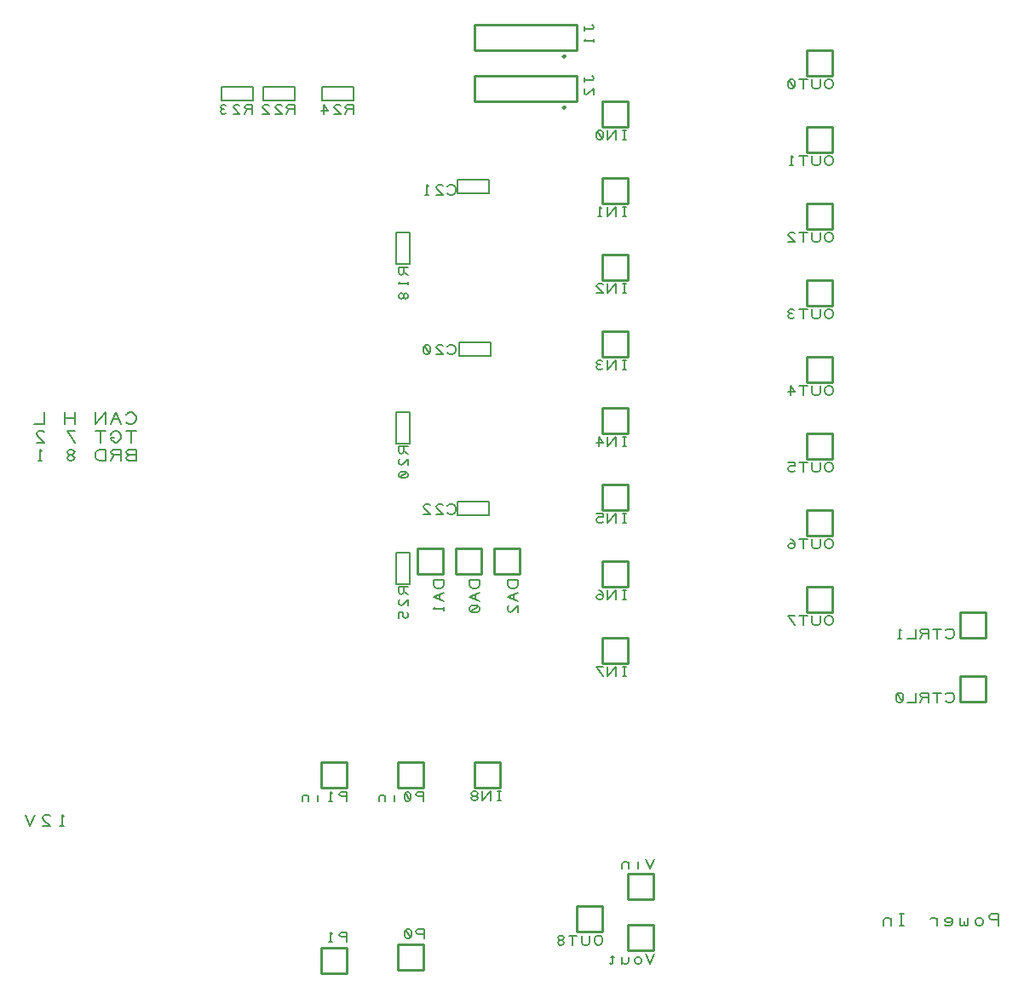
<source format=gbo>
G04 EasyPC Gerber Version 21.0.3 Build 4286 *
%FSLAX35Y35*%
%MOIN*%
%ADD72C,0.00500*%
%ADD74C,0.00800*%
%ADD11C,0.01000*%
X0Y0D02*
D02*
D11*
X139325Y20850D02*
Y10850D01*
X129325*
Y20850*
X139325*
Y93350D02*
Y83350D01*
X129325*
Y93350*
X139325*
X169325Y22100D02*
Y12100D01*
X159325*
Y22100*
X169325*
Y93350D02*
Y83350D01*
X159325*
Y93350*
X169325*
X176825Y177100D02*
Y167100D01*
X166825*
Y177100*
X176825*
X191825D02*
Y167100D01*
X181825*
Y177100*
X191825*
X199325Y93350D02*
Y83350D01*
X189325*
Y93350*
X199325*
X206825Y177100D02*
Y167100D01*
X196825*
Y177100*
X206825*
X224825Y349600D02*
G75*
G02X223825I-500D01*
G01*
G75*
G02X224825I500*
G01*
Y369600D02*
G75*
G02X223825I-500D01*
G01*
G75*
G02X224825I500*
G01*
X229325Y352100D02*
X189325D01*
Y362100*
X229325*
Y352100*
Y372100D02*
X189325D01*
Y382100*
X229325*
Y372100*
X239325Y37100D02*
Y27100D01*
X229325*
Y37100*
X239325*
X249325Y142100D02*
Y132100D01*
X239325*
Y142100*
X249325*
Y172100D02*
Y162100D01*
X239325*
Y172100*
X249325*
Y202100D02*
Y192100D01*
X239325*
Y202100*
X249325*
Y232100D02*
Y222100D01*
X239325*
Y232100*
X249325*
Y262100D02*
Y252100D01*
X239325*
Y262100*
X249325*
Y292100D02*
Y282100D01*
X239325*
Y292100*
X249325*
Y322100D02*
Y312100D01*
X239325*
Y322100*
X249325*
Y352100D02*
Y342100D01*
X239325*
Y352100*
X249325*
X259325Y29600D02*
Y19600D01*
X249325*
Y29600*
X259325*
Y49600D02*
Y39600D01*
X249325*
Y49600*
X259325*
X329325Y162100D02*
Y152100D01*
X319325*
Y162100*
X329325*
Y192100D02*
Y182100D01*
X319325*
Y192100*
X329325*
Y222100D02*
Y212100D01*
X319325*
Y222100*
X329325*
Y252100D02*
Y242100D01*
X319325*
Y252100*
X329325*
Y282100D02*
Y272100D01*
X319325*
Y282100*
X329325*
Y312100D02*
Y302100D01*
X319325*
Y312100*
X329325*
Y342100D02*
Y332100D01*
X319325*
Y342100*
X329325*
Y372100D02*
Y362100D01*
X319325*
Y372100*
X329325*
X389325Y127100D02*
Y117100D01*
X379325*
Y127100*
X389325*
Y152100D02*
Y142100D01*
X379325*
Y152100*
X389325*
D02*
D72*
X102325Y347038D02*
Y350788D01*
X100137*
X99512Y350476*
X99200Y349850*
X99512Y349226*
X100137Y348913*
X102325*
X100137D02*
X99200Y347038D01*
X94825D02*
X97325D01*
X95137Y349226*
X94825Y349850*
X95137Y350476*
X95762Y350788*
X96700*
X97325Y350476*
X92012Y347350D02*
X91387Y347038D01*
X90762*
X90137Y347350*
X89825Y347976*
X90137Y348600*
X90762Y348913*
X91387*
X90762D02*
X90137Y349226D01*
X89825Y349850*
X90137Y350476*
X90762Y350788*
X91387*
X92012Y350476*
X102475Y352450D02*
Y357750D01*
X90175*
Y352450*
X102475*
X106675Y357750D02*
Y352450D01*
X118975*
Y357750*
X106675*
X118825Y347038D02*
Y350788D01*
X116637*
X116012Y350476*
X115700Y349850*
X116012Y349226*
X116637Y348913*
X118825*
X116637D02*
X115700Y347038D01*
X111325D02*
X113825D01*
X111637Y349226*
X111325Y349850*
X111637Y350476*
X112262Y350788*
X113200*
X113825Y350476*
X106325Y347038D02*
X108825D01*
X106637Y349226*
X106325Y349850*
X106637Y350476*
X107262Y350788*
X108200*
X108825Y350476*
X139325Y23038D02*
Y26788D01*
X137137*
X136512Y26476*
X136200Y25850*
X136512Y25226*
X137137Y24913*
X139325*
X133700Y23038D02*
X132450D01*
X133075D02*
Y26788D01*
X133700Y26163*
X139325Y78038D02*
Y81788D01*
X137137*
X136512Y81476*
X136200Y80850*
X136512Y80226*
X137137Y79913*
X139325*
X133700Y78038D02*
X132450D01*
X133075D02*
Y81788D01*
X133700Y81163*
X128075Y78038D02*
Y80538D01*
Y81476D02*
X124325Y78038*
Y80538D01*
Y79600D02*
X124012Y80226D01*
X123387Y80538*
X122762*
X122137Y80226*
X121825Y79600*
Y78038*
X141825Y347038D02*
Y350788D01*
X139637*
X139012Y350476*
X138700Y349850*
X139012Y349226*
X139637Y348913*
X141825*
X139637D02*
X138700Y347038D01*
X134325D02*
X136825D01*
X134637Y349226*
X134325Y349850*
X134637Y350476*
X135262Y350788*
X136200*
X136825Y350476*
X130262Y347038D02*
Y350788D01*
X131825Y348288*
X129325*
X141975Y352450D02*
Y357750D01*
X129675*
Y352450*
X141975*
X158675Y162950D02*
X163975D01*
Y175250*
X158675*
Y162950*
Y217950D02*
X163975D01*
Y230250*
X158675*
Y217950*
Y288450D02*
X163975D01*
Y300750*
X158675*
Y288450*
X163387Y162100D02*
X159637D01*
Y159913*
X159950Y159288*
X160575Y158975*
X161200Y159288*
X161512Y159913*
Y162100*
Y159913D02*
X163387Y158975D01*
Y154600D02*
Y157100D01*
X161200Y154913*
X160575Y154600*
X159950Y154913*
X159637Y155538*
Y156475*
X159950Y157100*
X163075Y152100D02*
X163387Y151475D01*
Y150538*
X163075Y149913*
X162450Y149600*
X162137*
X161512Y149913*
X161200Y150538*
Y152100*
X159637*
Y149600*
X163387Y217100D02*
X159637D01*
Y214913*
X159950Y214288*
X160575Y213975*
X161200Y214288*
X161512Y214913*
Y217100*
Y214913D02*
X163387Y213975D01*
Y209600D02*
Y212100D01*
X161200Y209913*
X160575Y209600*
X159950Y209913*
X159637Y210538*
Y211475*
X159950Y212100*
X163075Y206788D02*
X163387Y206163D01*
Y205538*
X163075Y204913*
X162450Y204600*
X160575*
X159950Y204913*
X159637Y205538*
Y206163*
X159950Y206788*
X160575Y207100*
X162450*
X163075Y206788*
X159950Y204913*
X163387Y287100D02*
X159637D01*
Y284913*
X159950Y284288*
X160575Y283975*
X161200Y284288*
X161512Y284913*
Y287100*
Y284913D02*
X163387Y283975D01*
Y281475D02*
Y280225D01*
Y280850D02*
X159637D01*
X160262Y281475*
X161512Y276163D02*
Y275538D01*
X161200Y274913*
X160575Y274600*
X159950Y274913*
X159637Y275538*
Y276163*
X159950Y276788*
X160575Y277100*
X161200Y276788*
X161512Y276163*
X161825Y276788*
X162450Y277100*
X163075Y276788*
X163387Y276163*
Y275538*
X163075Y274913*
X162450Y274600*
X161825Y274913*
X161512Y275538*
X169325Y78038D02*
Y81788D01*
X167137*
X166512Y81476*
X166200Y80850*
X166512Y80226*
X167137Y79913*
X169325*
X164012Y78350D02*
X163387Y78038D01*
X162762*
X162137Y78350*
X161825Y78976*
Y80850*
X162137Y81476*
X162762Y81788*
X163387*
X164012Y81476*
X164325Y80850*
Y78976*
X164012Y78350*
X162137Y81476*
X158075Y78038D02*
Y80538D01*
Y81476D02*
X154325Y78038*
Y80538D01*
Y79600D02*
X154012Y80226D01*
X153387Y80538*
X152762*
X152137Y80226*
X151825Y79600*
Y78038*
X169575Y24288D02*
Y28038D01*
X167387*
X166762Y27726*
X166450Y27100*
X166762Y26476*
X167387Y26163*
X169575*
X164262Y24600D02*
X163637Y24288D01*
X163012*
X162387Y24600*
X162075Y25226*
Y27100*
X162387Y27726*
X163012Y28038*
X163637*
X164262Y27726*
X164575Y27100*
Y25226*
X164262Y24600*
X162387Y27726*
X177137Y164600D02*
X173387D01*
Y162725*
X173700Y162100*
X174012Y161788*
X174637Y161475*
X175887*
X176512Y161788*
X176825Y162100*
X177137Y162725*
Y164600*
Y159600D02*
X173387Y158038D01*
X177137Y156475*
X175575Y158975D02*
Y157100D01*
X177137Y153975D02*
Y152725D01*
Y153350D02*
X173387D01*
X174012Y153975*
X178700Y191163D02*
X179012Y190850D01*
X179637Y190538*
X180575*
X181200Y190850*
X181512Y191163*
X181825Y191788*
Y193038*
X181512Y193663*
X181200Y193976*
X180575Y194288*
X179637*
X179012Y193976*
X178700Y193663*
X174325Y190538D02*
X176825D01*
X174637Y192726*
X174325Y193350*
X174637Y193976*
X175262Y194288*
X176200*
X176825Y193976*
X169325Y190538D02*
X171825D01*
X169637Y192726*
X169325Y193350*
X169637Y193976*
X170262Y194288*
X171200*
X171825Y193976*
X178700Y253663D02*
X179012Y253350D01*
X179637Y253038*
X180575*
X181200Y253350*
X181512Y253663*
X181825Y254288*
Y255538*
X181512Y256163*
X181200Y256476*
X180575Y256788*
X179637*
X179012Y256476*
X178700Y256163*
X174325Y253038D02*
X176825D01*
X174637Y255226*
X174325Y255850*
X174637Y256476*
X175262Y256788*
X176200*
X176825Y256476*
X171512Y253350D02*
X170887Y253038D01*
X170262*
X169637Y253350*
X169325Y253976*
Y255850*
X169637Y256476*
X170262Y256788*
X170887*
X171512Y256476*
X171825Y255850*
Y253976*
X171512Y253350*
X169637Y256476*
X178700Y316163D02*
X179012Y315850D01*
X179637Y315538*
X180575*
X181200Y315850*
X181512Y316163*
X181825Y316788*
Y318038*
X181512Y318663*
X181200Y318976*
X180575Y319288*
X179637*
X179012Y318976*
X178700Y318663*
X174325Y315538D02*
X176825D01*
X174637Y317726*
X174325Y318350*
X174637Y318976*
X175262Y319288*
X176200*
X176825Y318976*
X171200Y315538D02*
X169950D01*
X170575D02*
Y319288D01*
X171200Y318663*
X191137Y164600D02*
X187387D01*
Y162725*
X187700Y162100*
X188012Y161788*
X188637Y161475*
X189887*
X190512Y161788*
X190825Y162100*
X191137Y162725*
Y164600*
Y159600D02*
X187387Y158038D01*
X191137Y156475*
X189575Y158975D02*
Y157100D01*
X190825Y154288D02*
X191137Y153663D01*
Y153038*
X190825Y152413*
X190200Y152100*
X188325*
X187700Y152413*
X187387Y153038*
Y153663*
X187700Y154288*
X188325Y154600*
X190200*
X190825Y154288*
X187700Y152413*
X194975Y189950D02*
Y195250D01*
X182675*
Y189950*
X194975*
Y315950D02*
Y321250D01*
X182675*
Y315950*
X194975*
X195475Y252450D02*
Y257750D01*
X183175*
Y252450*
X195475*
X199637Y78288D02*
X198387D01*
X199012D02*
Y82038D01*
X199637D02*
X198387D01*
X195575Y78288D02*
Y82038D01*
X192450Y78288*
Y82038*
X189637Y80163D02*
X189012D01*
X188387Y80476*
X188075Y81100*
X188387Y81726*
X189012Y82038*
X189637*
X190262Y81726*
X190575Y81100*
X190262Y80476*
X189637Y80163*
X190262Y79850*
X190575Y79226*
X190262Y78600*
X189637Y78288*
X189012*
X188387Y78600*
X188075Y79226*
X188387Y79850*
X189012Y80163*
X206137Y164600D02*
X202387D01*
Y162725*
X202700Y162100*
X203012Y161788*
X203637Y161475*
X204887*
X205512Y161788*
X205825Y162100*
X206137Y162725*
Y164600*
Y159600D02*
X202387Y158038D01*
X206137Y156475*
X204575Y158975D02*
Y157100D01*
X206137Y152100D02*
Y154600D01*
X203950Y152413*
X203325Y152100*
X202700Y152413*
X202387Y153038*
Y153975*
X202700Y154600*
X235262Y362100D02*
X235575Y361788D01*
X235887Y361163*
X235575Y360538*
X235262Y360225*
X232137*
Y359600*
Y360225D02*
Y361475D01*
X235887Y354600D02*
Y357100D01*
X233700Y354913*
X233075Y354600*
X232450Y354913*
X232137Y355538*
Y356475*
X232450Y357100*
X235262Y382100D02*
X235575Y381788D01*
X235887Y381163*
X235575Y380538*
X235262Y380225*
X232137*
Y379600*
Y380225D02*
Y381475D01*
X235887Y376475D02*
Y375225D01*
Y375850D02*
X232137D01*
X232762Y376475*
X239325Y23038D02*
Y24288D01*
X239012Y24913*
X238700Y25226*
X238075Y25538*
X237450*
X236825Y25226*
X236512Y24913*
X236200Y24288*
Y23038*
X236512Y22413*
X236825Y22100*
X237450Y21788*
X238075*
X238700Y22100*
X239012Y22413*
X239325Y23038*
X234325Y25538D02*
Y22726D01*
X234012Y22100*
X233387Y21788*
X232137*
X231512Y22100*
X231200Y22726*
Y25538*
X227762Y21788D02*
Y25538D01*
X229325D02*
X226200D01*
X223387Y23663D02*
X222762D01*
X222137Y23976*
X221825Y24600*
X222137Y25226*
X222762Y25538*
X223387*
X224012Y25226*
X224325Y24600*
X224012Y23976*
X223387Y23663*
X224012Y23350*
X224325Y22726*
X224012Y22100*
X223387Y21788*
X222762*
X222137Y22100*
X221825Y22726*
X222137Y23350*
X222762Y23663*
X248637Y127038D02*
X247387D01*
X248012D02*
Y130788D01*
X248637D02*
X247387D01*
X244575Y127038D02*
Y130788D01*
X241450Y127038*
Y130788*
X239575Y127038D02*
X237075Y130788D01*
X239575*
X248637Y157038D02*
X247387D01*
X248012D02*
Y160788D01*
X248637D02*
X247387D01*
X244575Y157038D02*
Y160788D01*
X241450Y157038*
Y160788*
X239575Y157976D02*
X239262Y158600D01*
X238637Y158913*
X238012*
X237387Y158600*
X237075Y157976*
X237387Y157350*
X238012Y157038*
X238637*
X239262Y157350*
X239575Y157976*
Y158913*
X239262Y159850*
X238637Y160476*
X238012Y160788*
X248637Y187038D02*
X247387D01*
X248012D02*
Y190788D01*
X248637D02*
X247387D01*
X244575Y187038D02*
Y190788D01*
X241450Y187038*
Y190788*
X239575Y187350D02*
X238950Y187038D01*
X238012*
X237387Y187350*
X237075Y187976*
Y188288*
X237387Y188913*
X238012Y189226*
X239575*
Y190788*
X237075*
X248637Y217038D02*
X247387D01*
X248012D02*
Y220788D01*
X248637D02*
X247387D01*
X244575Y217038D02*
Y220788D01*
X241450Y217038*
Y220788*
X238012Y217038D02*
Y220788D01*
X239575Y218288*
X237075*
X248637Y247038D02*
X247387D01*
X248012D02*
Y250788D01*
X248637D02*
X247387D01*
X244575Y247038D02*
Y250788D01*
X241450Y247038*
Y250788*
X239262Y247350D02*
X238637Y247038D01*
X238012*
X237387Y247350*
X237075Y247976*
X237387Y248600*
X238012Y248913*
X238637*
X238012D02*
X237387Y249226D01*
X237075Y249850*
X237387Y250476*
X238012Y250788*
X238637*
X239262Y250476*
X248637Y277038D02*
X247387D01*
X248012D02*
Y280788D01*
X248637D02*
X247387D01*
X244575Y277038D02*
Y280788D01*
X241450Y277038*
Y280788*
X237075Y277038D02*
X239575D01*
X237387Y279226*
X237075Y279850*
X237387Y280476*
X238012Y280788*
X238950*
X239575Y280476*
X248637Y307038D02*
X247387D01*
X248012D02*
Y310788D01*
X248637D02*
X247387D01*
X244575Y307038D02*
Y310788D01*
X241450Y307038*
Y310788*
X238950Y307038D02*
X237700D01*
X238325D02*
Y310788D01*
X238950Y310163*
X248637Y337038D02*
X247387D01*
X248012D02*
Y340788D01*
X248637D02*
X247387D01*
X244575Y337038D02*
Y340788D01*
X241450Y337038*
Y340788*
X239262Y337350D02*
X238637Y337038D01*
X238012*
X237387Y337350*
X237075Y337976*
Y339850*
X237387Y340476*
X238012Y340788*
X238637*
X239262Y340476*
X239575Y339850*
Y337976*
X239262Y337350*
X237387Y340476*
X259575Y18288D02*
X258012Y14538D01*
X256450Y18288*
X254575Y15476D02*
X254262Y14850D01*
X253637Y14538*
X253012*
X252387Y14850*
X252075Y15476*
Y16100*
X252387Y16726*
X253012Y17038*
X253637*
X254262Y16726*
X254575Y16100*
Y15476*
X249575Y17038D02*
Y15476D01*
X249262Y14850*
X248637Y14538*
X248012*
X247387Y14850*
X247075Y15476*
Y17038D02*
Y14538D01*
X243950Y17038D02*
X242700D01*
X243325Y17663D02*
Y14850D01*
X243012Y14538*
X242700*
X242387Y14850*
X259575Y55538D02*
X258012Y51788D01*
X256450Y55538*
X253325Y51788D02*
Y54288D01*
Y55226D02*
X249575Y51788*
Y54288D01*
Y53350D02*
X249262Y53976D01*
X248637Y54288*
X248012*
X247387Y53976*
X247075Y53350*
Y51788*
X329575Y148288D02*
Y149538D01*
X329262Y150163*
X328950Y150476*
X328325Y150788*
X327700*
X327075Y150476*
X326762Y150163*
X326450Y149538*
Y148288*
X326762Y147663*
X327075Y147350*
X327700Y147038*
X328325*
X328950Y147350*
X329262Y147663*
X329575Y148288*
X324575Y150788D02*
Y147976D01*
X324262Y147350*
X323637Y147038*
X322387*
X321762Y147350*
X321450Y147976*
Y150788*
X318012Y147038D02*
Y150788D01*
X319575D02*
X316450D01*
X314575Y147038D02*
X312075Y150788D01*
X314575*
X329575Y178288D02*
Y179538D01*
X329262Y180163*
X328950Y180476*
X328325Y180788*
X327700*
X327075Y180476*
X326762Y180163*
X326450Y179538*
Y178288*
X326762Y177663*
X327075Y177350*
X327700Y177038*
X328325*
X328950Y177350*
X329262Y177663*
X329575Y178288*
X324575Y180788D02*
Y177976D01*
X324262Y177350*
X323637Y177038*
X322387*
X321762Y177350*
X321450Y177976*
Y180788*
X318012Y177038D02*
Y180788D01*
X319575D02*
X316450D01*
X314575Y177976D02*
X314262Y178600D01*
X313637Y178913*
X313012*
X312387Y178600*
X312075Y177976*
X312387Y177350*
X313012Y177038*
X313637*
X314262Y177350*
X314575Y177976*
Y178913*
X314262Y179850*
X313637Y180476*
X313012Y180788*
X329575Y208288D02*
Y209538D01*
X329262Y210163*
X328950Y210476*
X328325Y210788*
X327700*
X327075Y210476*
X326762Y210163*
X326450Y209538*
Y208288*
X326762Y207663*
X327075Y207350*
X327700Y207038*
X328325*
X328950Y207350*
X329262Y207663*
X329575Y208288*
X324575Y210788D02*
Y207976D01*
X324262Y207350*
X323637Y207038*
X322387*
X321762Y207350*
X321450Y207976*
Y210788*
X318012Y207038D02*
Y210788D01*
X319575D02*
X316450D01*
X314575Y207350D02*
X313950Y207038D01*
X313012*
X312387Y207350*
X312075Y207976*
Y208288*
X312387Y208913*
X313012Y209226*
X314575*
Y210788*
X312075*
X329575Y238288D02*
Y239538D01*
X329262Y240163*
X328950Y240476*
X328325Y240788*
X327700*
X327075Y240476*
X326762Y240163*
X326450Y239538*
Y238288*
X326762Y237663*
X327075Y237350*
X327700Y237038*
X328325*
X328950Y237350*
X329262Y237663*
X329575Y238288*
X324575Y240788D02*
Y237976D01*
X324262Y237350*
X323637Y237038*
X322387*
X321762Y237350*
X321450Y237976*
Y240788*
X318012Y237038D02*
Y240788D01*
X319575D02*
X316450D01*
X313012Y237038D02*
Y240788D01*
X314575Y238288*
X312075*
X329575Y268288D02*
Y269538D01*
X329262Y270163*
X328950Y270476*
X328325Y270788*
X327700*
X327075Y270476*
X326762Y270163*
X326450Y269538*
Y268288*
X326762Y267663*
X327075Y267350*
X327700Y267038*
X328325*
X328950Y267350*
X329262Y267663*
X329575Y268288*
X324575Y270788D02*
Y267976D01*
X324262Y267350*
X323637Y267038*
X322387*
X321762Y267350*
X321450Y267976*
Y270788*
X318012Y267038D02*
Y270788D01*
X319575D02*
X316450D01*
X314262Y267350D02*
X313637Y267038D01*
X313012*
X312387Y267350*
X312075Y267976*
X312387Y268600*
X313012Y268913*
X313637*
X313012D02*
X312387Y269226D01*
X312075Y269850*
X312387Y270476*
X313012Y270788*
X313637*
X314262Y270476*
X329575Y298288D02*
Y299538D01*
X329262Y300163*
X328950Y300476*
X328325Y300788*
X327700*
X327075Y300476*
X326762Y300163*
X326450Y299538*
Y298288*
X326762Y297663*
X327075Y297350*
X327700Y297038*
X328325*
X328950Y297350*
X329262Y297663*
X329575Y298288*
X324575Y300788D02*
Y297976D01*
X324262Y297350*
X323637Y297038*
X322387*
X321762Y297350*
X321450Y297976*
Y300788*
X318012Y297038D02*
Y300788D01*
X319575D02*
X316450D01*
X312075Y297038D02*
X314575D01*
X312387Y299226*
X312075Y299850*
X312387Y300476*
X313012Y300788*
X313950*
X314575Y300476*
X329575Y328288D02*
Y329538D01*
X329262Y330163*
X328950Y330476*
X328325Y330788*
X327700*
X327075Y330476*
X326762Y330163*
X326450Y329538*
Y328288*
X326762Y327663*
X327075Y327350*
X327700Y327038*
X328325*
X328950Y327350*
X329262Y327663*
X329575Y328288*
X324575Y330788D02*
Y327976D01*
X324262Y327350*
X323637Y327038*
X322387*
X321762Y327350*
X321450Y327976*
Y330788*
X318012Y327038D02*
Y330788D01*
X319575D02*
X316450D01*
X313950Y327038D02*
X312700D01*
X313325D02*
Y330788D01*
X313950Y330163*
X329575Y358288D02*
Y359538D01*
X329262Y360163*
X328950Y360476*
X328325Y360788*
X327700*
X327075Y360476*
X326762Y360163*
X326450Y359538*
Y358288*
X326762Y357663*
X327075Y357350*
X327700Y357038*
X328325*
X328950Y357350*
X329262Y357663*
X329575Y358288*
X324575Y360788D02*
Y357976D01*
X324262Y357350*
X323637Y357038*
X322387*
X321762Y357350*
X321450Y357976*
Y360788*
X318012Y357038D02*
Y360788D01*
X319575D02*
X316450D01*
X314262Y357350D02*
X313637Y357038D01*
X313012*
X312387Y357350*
X312075Y357976*
Y359850*
X312387Y360476*
X313012Y360788*
X313637*
X314262Y360476*
X314575Y359850*
Y357976*
X314262Y357350*
X312387Y360476*
X373700Y117413D02*
X374012Y117100D01*
X374637Y116788*
X375575*
X376200Y117100*
X376512Y117413*
X376825Y118038*
Y119288*
X376512Y119913*
X376200Y120226*
X375575Y120538*
X374637*
X374012Y120226*
X373700Y119913*
X370262Y116788D02*
Y120538D01*
X371825D02*
X368700D01*
X366825Y116788D02*
Y120538D01*
X364637*
X364012Y120226*
X363700Y119600*
X364012Y118976*
X364637Y118663*
X366825*
X364637D02*
X363700Y116788D01*
X361825Y120538D02*
Y116788D01*
X358700*
X356512Y117100D02*
X355887Y116788D01*
X355262*
X354637Y117100*
X354325Y117726*
Y119600*
X354637Y120226*
X355262Y120538*
X355887*
X356512Y120226*
X356825Y119600*
Y117726*
X356512Y117100*
X354637Y120226*
X373700Y142413D02*
X374012Y142100D01*
X374637Y141788*
X375575*
X376200Y142100*
X376512Y142413*
X376825Y143038*
Y144288*
X376512Y144913*
X376200Y145226*
X375575Y145538*
X374637*
X374012Y145226*
X373700Y144913*
X370262Y141788D02*
Y145538D01*
X371825D02*
X368700D01*
X366825Y141788D02*
Y145538D01*
X364637*
X364012Y145226*
X363700Y144600*
X364012Y143976*
X364637Y143663*
X366825*
X364637D02*
X363700Y141788D01*
X361825Y145538D02*
Y141788D01*
X358700*
X356200D02*
X354950D01*
X355575D02*
Y145538D01*
X356200Y144913*
D02*
D74*
X28575Y68226D02*
X27075D01*
X27825D02*
Y72726D01*
X28575Y71976*
X20325Y68226D02*
X23325D01*
X20700Y70850*
X20325Y71600*
X20700Y72350*
X21450Y72726*
X22575*
X23325Y72350*
X17325Y72726D02*
X15450Y68226D01*
X13575Y72726*
X53075Y226476D02*
X53450Y226100D01*
X54200Y225726*
X55325*
X56075Y226100*
X56450Y226476*
X56825Y227226*
Y228726*
X56450Y229476*
X56075Y229850*
X55325Y230226*
X54200*
X53450Y229850*
X53075Y229476*
X50825Y225726D02*
X48950Y230226D01*
X47075Y225726*
X50075Y227600D02*
X47825D01*
X44825Y225726D02*
Y230226D01*
X41075Y225726*
Y230226*
X32825Y225726D02*
Y230226D01*
Y227976D02*
X29075D01*
Y225726D02*
Y230226D01*
X20825D02*
Y225726D01*
X17075*
X54950Y218526D02*
Y223026D01*
X56825D02*
X53075D01*
X48200Y220400D02*
X47075D01*
Y220026*
X47450Y219276*
X47825Y218900*
X48575Y218526*
X49325*
X50075Y218900*
X50450Y219276*
X50825Y220026*
Y221526*
X50450Y222276*
X50075Y222650*
X49325Y223026*
X48575*
X47825Y222650*
X47450Y222276*
X47075Y221526*
X42950Y218526D02*
Y223026D01*
X44825D02*
X41075D01*
X32825Y218526D02*
X29825Y223026D01*
X32825*
X17825Y218526D02*
X20825D01*
X18200Y221150*
X17825Y221900*
X18200Y222650*
X18950Y223026*
X20075*
X20825Y222650*
X54200Y213576D02*
X53450Y213200D01*
X53075Y212450*
X53450Y211700*
X54200Y211326*
X56825*
Y215826*
X54200*
X53450Y215450*
X53075Y214700*
X53450Y213950*
X54200Y213576*
X56825*
X50825Y211326D02*
Y215826D01*
X48200*
X47450Y215450*
X47075Y214700*
X47450Y213950*
X48200Y213576*
X50825*
X48200D02*
X47075Y211326D01*
X44825D02*
Y215826D01*
X42575*
X41825Y215450*
X41450Y215076*
X41075Y214326*
Y212826*
X41450Y212076*
X41825Y211700*
X42575Y211326*
X44825*
X31700Y213576D02*
X30950D01*
X30200Y213950*
X29825Y214700*
X30200Y215450*
X30950Y215826*
X31700*
X32450Y215450*
X32825Y214700*
X32450Y213950*
X31700Y213576*
X32450Y213200*
X32825Y212450*
X32450Y211700*
X31700Y211326*
X30950*
X30200Y211700*
X29825Y212450*
X30200Y213200*
X30950Y213576*
X20075Y211326D02*
X18575D01*
X19325D02*
Y215826D01*
X20075Y215076*
X394325Y29476D02*
Y33976D01*
X391700*
X390950Y33600*
X390575Y32850*
X390950Y32100*
X391700Y31726*
X394325*
X388325Y30600D02*
X387950Y29850D01*
X387200Y29476*
X386450*
X385700Y29850*
X385325Y30600*
Y31350*
X385700Y32100*
X386450Y32476*
X387200*
X387950Y32100*
X388325Y31350*
Y30600*
X382325Y32476D02*
Y29850D01*
X381950Y29476*
X381200*
X380825Y29850*
Y30976*
Y29850D02*
X380450Y29476D01*
X379700*
X379325Y29850*
Y32476*
X373325Y29850D02*
X373700Y29476D01*
X374450*
X375200*
X375950Y29850*
X376325Y30600*
Y31726*
X375950Y32100*
X375200Y32476*
X374450*
X373700Y32100*
X373325Y31726*
Y31350*
X373700Y30976*
X374450Y30600*
X375200*
X375950Y30976*
X376325Y31350*
X370325Y29476D02*
Y32476D01*
Y31350D02*
X369950Y32100D01*
X369200Y32476*
X368450*
X367700Y32100*
X357200Y29476D02*
X355700D01*
X356450D02*
Y33976D01*
X357200D02*
X355700D01*
X352325Y29476D02*
Y32476D01*
Y31350D02*
X351950Y32100D01*
X351200Y32476*
X350450*
X349700Y32100*
X349325Y31350*
Y29476*
X0Y0D02*
M02*

</source>
